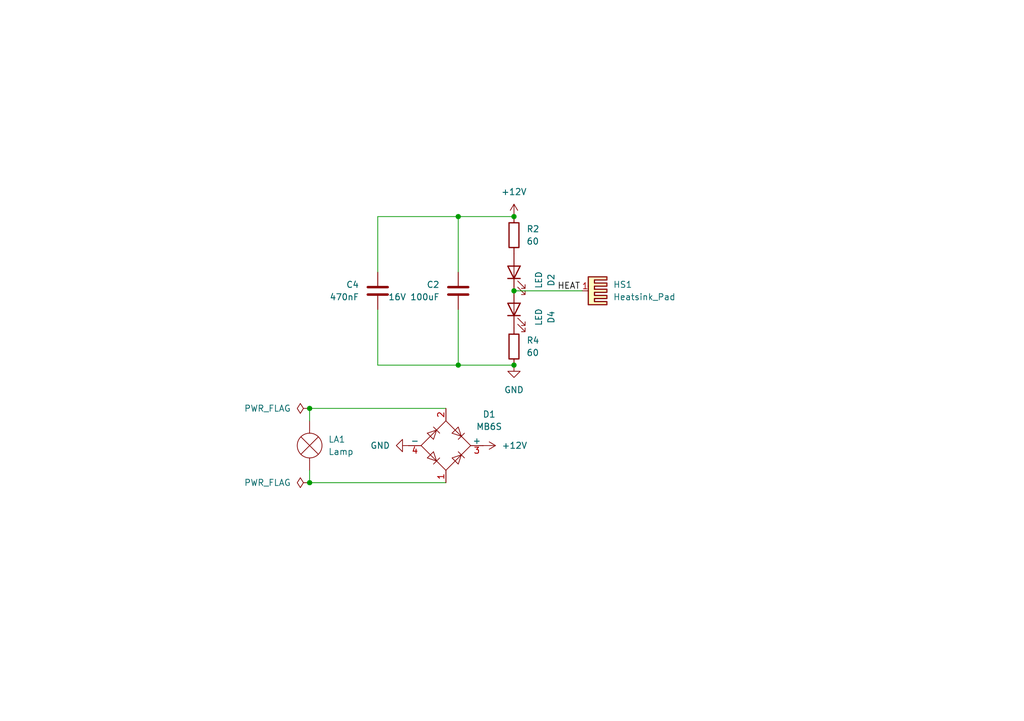
<source format=kicad_sch>
(kicad_sch (version 20250114) (generator "eeschema") (generator_version "9.0")
  (paper "A5")
  (lib_symbols
    (symbol "Device:C" (pin_numbers (hide yes)) (pin_names (offset 0.254))
      (property "Reference" "C" (at 0.635 2.54 0))
      (property "Value" "C" (at 0.635 -2.54 0))
      (symbol "C_0_1"
        (polyline (pts (xy -2.032 0.762) (xy 2.032 0.762)) (stroke (width 0.508)))
        (polyline (pts (xy -2.032 -0.762) (xy 2.032 -0.762)) (stroke (width 0.508)))
      )
      (symbol "C_1_1"
        (pin passive line (at 0 3.81 270) (length 2.794) (name "~") (number "1"))
        (pin passive line (at 0 -3.81 90) (length 2.794) (name "~") (number "2"))
      )
    )
    (symbol "Device:LED" (pin_numbers (hide yes)) (pin_names (offset 1.016) (hide yes))
      (property "Reference" "D" (at 0 2.54 0))
      (property "Value" "LED" (at 0 -2.54 0))
      (symbol "LED_0_1"
        (polyline (pts (xy -3.048 -0.762) (xy -4.572 -2.286) (xy -3.81 -2.286) (xy -4.572 -2.286) (xy -4.572 -1.524)))
        (polyline (pts (xy -1.778 -0.762) (xy -3.302 -2.286) (xy -2.54 -2.286) (xy -3.302 -2.286) (xy -3.302 -1.524)))
        (polyline (pts (xy -1.27 0) (xy 1.27 0)))
        (polyline (pts (xy -1.27 -1.27) (xy -1.27 1.27)) (stroke (width 0.254)))
        (polyline (pts (xy 1.27 -1.27) (xy 1.27 1.27) (xy -1.27 0) (xy 1.27 -1.27)) (stroke (width 0.254)))
      )
      (symbol "LED_1_1"
        (pin passive line (at -3.81 0 0) (length 2.54) (name "K") (number "1"))
        (pin passive line (at 3.81 0 180) (length 2.54) (name "A") (number "2"))
      )
    )
    (symbol "Device:Lamp" (pin_numbers (hide yes)) (pin_names (offset 0.0254) (hide yes))
      (property "Reference" "LA" (at 0.635 3.81 0))
      (property "Value" "Lamp" (at 0.635 -3.81 0))
      (symbol "Lamp_0_1"
        (polyline (pts (xy -1.778 1.778) (xy 1.778 -1.778)))
        (circle (center 0 0) (radius 2.54))
        (polyline (pts (xy 1.778 1.778) (xy -1.778 -1.778)))
      )
      (symbol "Lamp_1_1"
        (pin passive line (at 0 5.08 270) (length 2.54) (name "+") (number "2"))
        (pin passive line (at 0 -5.08 90) (length 2.54) (name "-") (number "1"))
      )
    )
    (symbol "Device:R" (pin_numbers (hide yes)) (pin_names (offset 0))
      (property "Reference" "R" (at 2.032 0 90))
      (property "Value" "R" (at 0 0 90))
      (symbol "R_0_1"
        (rectangle (start -1.016 -2.54) (end 1.016 2.54) (stroke (width 0.254)))
      )
      (symbol "R_1_1"
        (pin passive line (at 0 3.81 270) (length 1.27) (name "~") (number "1"))
        (pin passive line (at 0 -3.81 90) (length 1.27) (name "~") (number "2"))
      )
    )
    (symbol "Diode_Bridge:MB6S" (pin_names (offset 0))
      (property "Reference" "D" (at 2.54 6.985 0))
      (property "Value" "MB6S" (at 2.54 5.08 0))
      (symbol "MB6S_0_1"
        (polyline (pts (xy -5.08 0) (xy 0 -5.08) (xy 5.08 0) (xy 0 5.08) (xy -5.08 0)))
        (polyline (pts (xy -3.81 2.54) (xy -2.54 1.27) (xy -1.905 3.175) (xy -3.81 2.54)))
        (polyline (pts (xy -2.54 3.81) (xy -1.27 2.54)))
        (polyline (pts (xy -2.54 -1.27) (xy -3.81 -2.54) (xy -1.905 -3.175) (xy -2.54 -1.27)))
        (polyline (pts (xy -1.27 -2.54) (xy -2.54 -3.81)))
        (polyline (pts (xy 1.27 2.54) (xy 2.54 3.81) (xy 3.175 1.905) (xy 1.27 2.54)))
        (polyline (pts (xy 2.54 1.27) (xy 3.81 2.54)))
        (polyline (pts (xy 2.54 -1.27) (xy 3.81 -2.54)))
        (polyline (pts (xy 3.175 -1.905) (xy 1.27 -2.54) (xy 2.54 -3.81) (xy 3.175 -1.905)))
      )
      (symbol "MB6S_1_1"
        (pin passive line (at -7.62 0 0) (length 2.54) (name "-") (number "4"))
        (pin passive line (at 0 7.62 270) (length 2.54) (name "~") (number "2"))
        (pin passive line (at 0 -7.62 90) (length 2.54) (name "~") (number "1"))
        (pin passive line (at 7.62 0 180) (length 2.54) (name "+") (number "3"))
      )
    )
    (symbol "Mechanical:Heatsink_Pad" (pin_names (offset 0)) (exclude_from_sim yes)
      (property "Reference" "HS" (at 0 5.715 0))
      (property "Value" "Heatsink_Pad" (at 0 3.81 0))
      (symbol "Heatsink_Pad_0_1"
        (polyline (pts (xy -0.3302 0) (xy -0.9652 0) (xy -0.9652 2.54) (xy -1.6002 2.54) (xy -1.6002 0) (xy -2.2352 0) (xy -2.2352 2.54) (xy -2.8702 2.54) (xy -2.8702 -1.27) (xy -0.9652 -1.27)) (stroke (width 0.254)) (fill (type background)))
        (polyline (pts (xy -0.3302 0) (xy -0.3302 2.54) (xy 0.3048 2.54) (xy 0.3048 0) (xy 0.9398 0) (xy 0.9398 2.54) (xy 1.5748 2.54) (xy 1.5748 0) (xy 2.2098 0) (xy 2.2098 2.54) (xy 2.8448 2.54) (xy 2.8448 -1.27) (xy -0.9652 -1.27)) (stroke (width 0.254)) (fill (type background)))
      )
      (symbol "Heatsink_Pad_1_1"
        (pin passive line (at 0 -2.54 90) (length 1.27) (name "~") (number "1"))
      )
    )
    (symbol "power:+12V" (power) (pin_numbers (hide yes)) (pin_names (offset 0) (hide yes))
      (property "Value" "+12V" (at 0 3.556 0))
      (symbol "+12V_0_1"
        (polyline (pts (xy -0.762 1.27) (xy 0 2.54)))
        (polyline (pts (xy 0 2.54) (xy 0.762 1.27)))
        (polyline (pts (xy 0 0) (xy 0 2.54)))
      )
      (symbol "+12V_1_1"
        (pin power_in line (at 0 0 90) (length 0) (name "~") (number "1"))
      )
    )
    (symbol "power:GND" (power) (pin_numbers (hide yes)) (pin_names (offset 0) (hide yes))
      (property "Value" "GND" (at 0 -3.81 0))
      (symbol "GND_0_1"
        (polyline (pts (xy 0 0) (xy 0 -1.27) (xy 1.27 -1.27) (xy 0 -2.54) (xy -1.27 -1.27) (xy 0 -1.27)))
      )
      (symbol "GND_1_1"
        (pin power_in line (at 0 0 270) (length 0) (name "~") (number "1"))
      )
    )
    (symbol "power:PWR_FLAG" (power) (pin_numbers (hide yes)) (pin_names (offset 0) (hide yes))
      (property "Value" "PWR_FLAG" (at 0 3.81 0))
      (symbol "PWR_FLAG_0_0"
        (pin power_out line (at 0 0 90) (length 0) (name "~") (number "1"))
      )
      (symbol "PWR_FLAG_0_1"
        (polyline (pts (xy 0 0) (xy 0 1.27) (xy -1.016 1.905) (xy 0 2.54) (xy 1.016 1.905) (xy 0 1.27)))
      )
    )
  )
  (junction (at 93.98 44.45))
  (junction (at 63.5 83.82))
  (junction (at 105.41 59.69))
  (junction (at 105.41 44.45))
  (junction (at 105.41 74.93))
  (junction (at 63.5 99.06))
  (junction (at 93.98 74.93))
  (wire (pts (xy 77.47 74.93) (xy 93.98 74.93)))
  (wire (pts (xy 93.98 63.5) (xy 93.98 74.93)))
  (wire (pts (xy 93.98 44.45) (xy 105.41 44.45)))
  (wire (pts (xy 93.98 55.88) (xy 93.98 44.45)))
  (wire (pts (xy 77.47 63.5) (xy 77.47 74.93)))
  (wire (pts (xy 91.44 99.06) (xy 63.5 99.06)))
  (wire (pts (xy 63.5 99.06) (xy 63.5 96.52)))
  (wire (pts (xy 119.38 59.69) (xy 105.41 59.69)))
  (wire (pts (xy 91.44 83.82) (xy 63.5 83.82)))
  (wire (pts (xy 77.47 55.88) (xy 77.47 44.45)))
  (wire (pts (xy 93.98 74.93) (xy 105.41 74.93)))
  (wire (pts (xy 77.47 44.45) (xy 93.98 44.45)))
  (wire (pts (xy 63.5 83.82) (xy 63.5 86.36)))
  (label "HEAT" (at 114.3 59.69 0))
  (symbol (lib_id "Device:R") (at 105.41 71.12 0) (unit 1)
    (property "Reference" "R4" (at 107.95 69.8499 0) (effects (justify left)))
    (property "Value" "60" (at 107.95 72.3899 0) (effects (justify left)))
    (property "Footprint" "Resistor_SMD:R_1206_3216Metric_Pad1.30x1.75mm_HandSolder" (effects (hide yes)))
    (property "Description" "Resistor" (effects (hide yes)))
  )
  (symbol (lib_id "Device:C") (at 77.47 59.69 0) (mirror y) (unit 1)
    (property "Reference" "C4" (at 73.66 58.4199 0) (effects (justify left)))
    (property "Value" "470nF" (at 73.66 60.9599 0) (effects (justify left)))
    (property "Footprint" "Capacitor_SMD:C_0805_2012Metric_Pad1.18x1.45mm_HandSolder" (effects (hide yes)))
    (property "Description" "Unpolarized capacitor" (effects (hide yes)))
  )
  (symbol (lib_id "power:+12V") (at 105.41 44.45 0) (unit 1)
    (property "Reference" "#PWR02" (effects (hide yes)))
    (property "Value" "+12V" (at 105.41 39.37 0))
    (property "Description" "Power symbol creates a global label with name \"+12V\"" (effects (hide yes)))
  )
  (symbol (lib_id "power:PWR_FLAG") (at 63.5 83.82 90) (unit 1)
    (property "Reference" "#FLG01" (effects (hide yes)))
    (property "Value" "PWR_FLAG" (at 59.69 83.8199 90) (effects (justify left)))
    (property "Description" "Special symbol for telling ERC where power comes from" (effects (hide yes)))
  )
  (symbol (lib_id "Device:C") (at 93.98 59.69 0) (mirror y) (unit 1)
    (property "Reference" "C2" (at 90.17 58.4199 0) (effects (justify left)))
    (property "Value" "16V 100uF" (at 90.17 60.9599 0) (effects (justify left)))
    (property "Footprint" "Capacitor_Tantalum_SMD:CP_EIA-7343-15_Kemet-W" (effects (hide yes)))
    (property "Description" "Unpolarized capacitor" (effects (hide yes)))
  )
  (symbol (lib_id "power:GND") (at 105.41 74.93 0) (unit 1)
    (property "Reference" "#PWR01" (effects (hide yes)))
    (property "Value" "GND" (at 105.41 80.01 0))
    (property "Description" "Power symbol creates a global label with name \"GND\" , ground" (effects (hide yes)))
  )
  (symbol (lib_id "power:+12V") (at 99.06 91.44 270) (unit 1)
    (property "Reference" "#PWR04" (effects (hide yes)))
    (property "Value" "+12V" (at 102.87 91.4399 90) (effects (justify left)))
    (property "Description" "Power symbol creates a global label with name \"+12V\"" (effects (hide yes)))
  )
  (symbol (lib_id "Device:LED") (at 105.41 55.88 90) (unit 1)
    (property "Reference" "D2" (at 113.03 57.4675 0))
    (property "Value" "LED" (at 110.49 57.4675 0))
    (property "Footprint" "LED_SMD:LED_PLCC_2835_Handsoldering" (effects (hide yes)))
    (property "Description" "Light emitting diode" (effects (hide yes)))
    (property "Sim.Pins" "1=K 2=A" (effects (hide yes)))
  )
  (symbol (lib_id "power:GND") (at 83.82 91.44 270) (unit 1)
    (property "Reference" "#PWR03" (effects (hide yes)))
    (property "Value" "GND" (at 80.01 91.4399 90) (effects (justify right)))
    (property "Description" "Power symbol creates a global label with name \"GND\" , ground" (effects (hide yes)))
  )
  (symbol (lib_id "power:PWR_FLAG") (at 63.5 99.06 90) (unit 1)
    (property "Reference" "#FLG02" (effects (hide yes)))
    (property "Value" "PWR_FLAG" (at 59.69 99.0599 90) (effects (justify left)))
    (property "Description" "Special symbol for telling ERC where power comes from" (effects (hide yes)))
  )
  (symbol (lib_id "Mechanical:Heatsink_Pad") (at 121.92 59.69 270) (unit 1) (exclude_from_sim yes)
    (property "Reference" "HS1" (at 125.73 58.4072 90) (effects (justify left)))
    (property "Value" "Heatsink_Pad" (at 125.73 60.9472 90) (effects (justify left)))
    (property "Description" "Heatsink with electrical connection, 1 pin" (effects (hide yes)))
  )
  (symbol (lib_id "Device:R") (at 105.41 48.26 0) (unit 1)
    (property "Reference" "R2" (at 107.95 46.9899 0) (effects (justify left)))
    (property "Value" "60" (at 107.95 49.5299 0) (effects (justify left)))
    (property "Footprint" "Resistor_SMD:R_1206_3216Metric_Pad1.30x1.75mm_HandSolder" (effects (hide yes)))
    (property "Description" "Resistor" (effects (hide yes)))
  )
  (symbol (lib_id "Device:Lamp") (at 63.5 91.44 0) (unit 1) (in_bom no)
    (property "Reference" "LA1" (at 67.31 90.1699 0) (effects (justify left)))
    (property "Value" "Lamp" (at 67.31 92.7099 0) (effects (justify left)))
    (property "Footprint" "Lampe:Lampenstecker" (effects (hide yes)))
    (property "Description" "Lamp" (effects (hide yes)))
  )
  (symbol (lib_id "Diode_Bridge:MB6S") (at 91.44 91.44 0) (unit 1)
    (property "Reference" "D1" (at 100.33 85.0198 0))
    (property "Value" "MB6S" (at 100.33 87.5598 0))
    (property "Footprint" "Package_TO_SOT_SMD:TO-269AA" (effects (hide yes)))
    (property "Datasheet" "http://www.vishay.com/docs/88573/dfs.pdf" (effects (hide yes)))
    (property "Description" "Miniature Glass Passivated Single-Phase Surface Mount Bridge Rectifiers, 700V Vrms, 1.0A If, DFS SMD package" (effects (hide yes)))
  )
  (symbol (lib_id "Device:LED") (at 105.41 63.5 90) (unit 1)
    (property "Reference" "D4" (at 113.03 65.0875 0))
    (property "Value" "LED" (at 110.49 65.0875 0))
    (property "Footprint" "LED_SMD:LED_PLCC_2835_Handsoldering" (effects (hide yes)))
    (property "Description" "Light emitting diode" (effects (hide yes)))
    (property "Sim.Pins" "1=K 2=A" (effects (hide yes)))
  )
)
</source>
